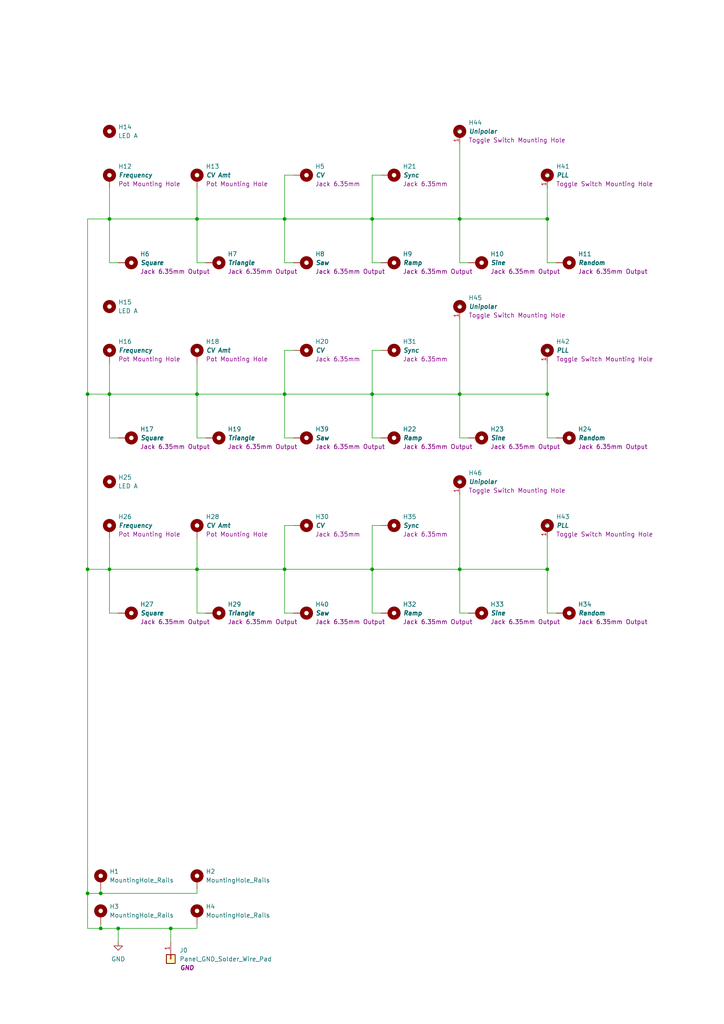
<source format=kicad_sch>
(kicad_sch (version 20250114) (generator "eeschema") (generator_version "9.0")
  (paper "A4" portrait)
  (title_block (title "Kosmo Format Front Panel - 10 cm") (company "DMH Instruments"))
  (lib_symbols
    (symbol "Mechanical:MountingHole" (pin_names (offset 1.016)) (exclude_from_sim yes) (in_bom no)
      (property "Reference" "H" (at 0 5.08 0))
      (property "Value" "MountingHole" (at 0 3.175 0))
      (symbol "MountingHole_0_1"
        (circle (center 0 0) (radius 1.27) (stroke (width 1.27)))
      )
    )
    (symbol "SynthStuff:MountingHole_Jack6.35mm_Output_v2" (pin_numbers (hide yes)) (pin_names (offset 1.016) (hide yes)) (exclude_from_sim yes) (in_bom no)
      (property "Reference" "H" (at 0 5.08 0))
      (property "Value" "SIGNAL NAME" (at 0 3.175 0))
      (property "Description" "Jack 6.35mm Output" (at 0.254 -3.302 0))
      (symbol "MountingHole_Jack6.35mm_Output_v2_0_1"
        (circle (center 0 0) (radius 1.27) (stroke (width 1.27)))
      )
      (symbol "MountingHole_Jack6.35mm_Output_v2_1_1"
        (pin input line (at -3.81 0 0) (length 2.54) (name "1") (number "1"))
      )
    )
    (symbol "SynthStuff:MountingHole_Jack6.35mm_v2" (pin_numbers (hide yes)) (pin_names (offset 1.016) (hide yes)) (exclude_from_sim yes) (in_bom no)
      (property "Reference" "H" (at 0 5.08 0))
      (property "Value" "SIGNAL NAME" (at 0 3.175 0))
      (property "Description" "Jack 6.35mm" (at 0 -3.048 0))
      (symbol "MountingHole_Jack6.35mm_v2_0_1"
        (circle (center 0 0) (radius 1.27) (stroke (width 1.27)))
      )
      (symbol "MountingHole_Jack6.35mm_v2_1_1"
        (pin input line (at -3.81 0 0) (length 2.54) (name "1") (number "1"))
      )
    )
    (symbol "SynthStuff:MountingHole_Pot" (pin_numbers (hide yes)) (pin_names (offset 1.016) (hide yes)) (exclude_from_sim yes)
      (property "Reference" "H" (at 0 6.35 0))
      (property "Value" "Function" (at 0 4.445 0))
      (property "Description" "Pot Mounting Hole" (at 0 0 0))
      (symbol "MountingHole_Pot_0_1"
        (circle (center 0 1.27) (radius 1.27) (stroke (width 1.27)))
      )
      (symbol "MountingHole_Pot_1_1"
        (pin input line (at 0 -2.54 90) (length 2.54) (name "1") (number "1"))
      )
    )
    (symbol "SynthStuff:MountingHole_Rails" (pin_numbers (hide yes)) (pin_names (offset 1.016) (hide yes)) (exclude_from_sim yes) (in_bom no)
      (property "Reference" "H" (at 0 6.35 0))
      (property "Value" "MountingHole_Rails" (at 0 4.445 0))
      (symbol "MountingHole_Rails_0_1"
        (circle (center 0 1.27) (radius 1.27) (stroke (width 1.27)))
      )
      (symbol "MountingHole_Rails_1_1"
        (pin input line (at 0 -2.54 90) (length 2.54) (name "1") (number "1"))
      )
    )
    (symbol "SynthStuff:MountingHole_ToggleSwitch" (pin_names (offset 1.016)) (exclude_from_sim yes) (in_bom no)
      (property "Reference" "H" (at 0 5.08 0))
      (property "Value" "Function" (at 0 3.175 0))
      (property "Description" "Toggle Switch Mounting Hole" (at 0 0 0))
      (symbol "MountingHole_ToggleSwitch_0_1"
        (circle (center 0 0) (radius 1.27) (stroke (width 1.27)))
      )
      (symbol "MountingHole_ToggleSwitch_1_1"
        (pin input line (at 0 -3.81 90) (length 2.54) (name "1") (number "1"))
      )
    )
    (symbol "SynthStuff:Panel_GND_Solder_Wire_Pad" (pin_names (offset 1.016) (hide yes)) (in_bom no)
      (property "Reference" "J" (at 0 2.54 0))
      (property "Value" "Panel_GND_Solder_Wire_Pad" (at 0 -5.08 0))
      (property "Function" "Panel GND" (at 0 -2.794 0))
      (symbol "Panel_GND_Solder_Wire_Pad_1_1"
        (rectangle (start -1.27 1.27) (end 1.27 -1.27) (stroke (width 0.254)) (fill (type background)))
        (rectangle (start -1.27 0.127) (end 0 -0.127) (stroke (width 0.1524)))
        (pin power_out line (at -5.08 0 0) (length 3.81) (name "Pin_1") (number "1"))
      )
    )
    (symbol "power:GND" (power) (pin_numbers (hide yes)) (pin_names (offset 0) (hide yes))
      (property "Value" "GND" (at 0 -3.81 0))
      (symbol "GND_0_1"
        (polyline (pts (xy 0 0) (xy 0 -1.27) (xy 1.27 -1.27) (xy 0 -2.54) (xy -1.27 -1.27) (xy 0 -1.27)))
      )
      (symbol "GND_1_1"
        (pin power_in line (at 0 0 270) (length 0) (name "~") (number "1"))
      )
    )
  )
  (junction (at 31.75 165.1))
  (junction (at 57.15 114.3))
  (junction (at 158.75 63.5))
  (junction (at 57.15 63.5))
  (junction (at 25.4 114.3))
  (junction (at 107.95 63.5))
  (junction (at 107.95 165.1))
  (junction (at 82.55 165.1))
  (junction (at 82.55 63.5))
  (junction (at 158.75 165.1))
  (junction (at 158.75 114.3))
  (junction (at 29.21 269.24))
  (junction (at 34.29 269.24))
  (junction (at 82.55 114.3))
  (junction (at 133.35 63.5))
  (junction (at 31.75 63.5))
  (junction (at 25.4 259.08))
  (junction (at 49.53 269.24))
  (junction (at 29.21 259.08))
  (junction (at 133.35 165.1))
  (junction (at 31.75 114.3))
  (junction (at 133.35 114.3))
  (junction (at 107.95 114.3))
  (junction (at 57.15 165.1))
  (junction (at 25.4 165.1))
  (wire (pts (xy 158.75 165.1) (xy 133.35 165.1)))
  (wire (pts (xy 135.89 127) (xy 133.35 127)))
  (wire (pts (xy 31.75 105.41) (xy 31.75 114.3)))
  (wire (pts (xy 158.75 114.3) (xy 133.35 114.3)))
  (wire (pts (xy 107.95 50.8) (xy 107.95 63.5)))
  (wire (pts (xy 107.95 114.3) (xy 133.35 114.3)))
  (wire (pts (xy 57.15 267.97) (xy 57.15 269.24)))
  (wire (pts (xy 82.55 101.6) (xy 85.09 101.6)))
  (wire (pts (xy 57.15 63.5) (xy 57.15 76.2)))
  (wire (pts (xy 135.89 177.8) (xy 133.35 177.8)))
  (wire (pts (xy 107.95 63.5) (xy 107.95 76.2)))
  (wire (pts (xy 107.95 152.4) (xy 107.95 165.1)))
  (wire (pts (xy 57.15 165.1) (xy 57.15 177.8)))
  (wire (pts (xy 133.35 143.51) (xy 133.35 165.1)))
  (wire (pts (xy 82.55 152.4) (xy 82.55 165.1)))
  (wire (pts (xy 29.21 259.08) (xy 57.15 259.08)))
  (wire (pts (xy 29.21 269.24) (xy 29.21 267.97)))
  (wire (pts (xy 85.09 76.2) (xy 82.55 76.2)))
  (wire (pts (xy 57.15 63.5) (xy 82.55 63.5)))
  (wire (pts (xy 25.4 269.24) (xy 29.21 269.24)))
  (wire (pts (xy 57.15 156.21) (xy 57.15 165.1)))
  (wire (pts (xy 107.95 114.3) (xy 107.95 127)))
  (wire (pts (xy 59.69 127) (xy 57.15 127)))
  (wire (pts (xy 161.29 177.8) (xy 158.75 177.8)))
  (wire (pts (xy 82.55 114.3) (xy 82.55 127)))
  (wire (pts (xy 158.75 177.8) (xy 158.75 165.1)))
  (wire (pts (xy 31.75 177.8) (xy 34.29 177.8)))
  (wire (pts (xy 49.53 269.24) (xy 49.53 273.05)))
  (wire (pts (xy 107.95 101.6) (xy 107.95 114.3)))
  (wire (pts (xy 110.49 101.6) (xy 107.95 101.6)))
  (wire (pts (xy 31.75 165.1) (xy 57.15 165.1)))
  (wire (pts (xy 161.29 127) (xy 158.75 127)))
  (wire (pts (xy 25.4 165.1) (xy 31.75 165.1)))
  (wire (pts (xy 57.15 54.61) (xy 57.15 63.5)))
  (wire (pts (xy 107.95 165.1) (xy 133.35 165.1)))
  (wire (pts (xy 158.75 54.61) (xy 158.75 63.5)))
  (wire (pts (xy 31.75 63.5) (xy 57.15 63.5)))
  (wire (pts (xy 133.35 92.71) (xy 133.35 114.3)))
  (wire (pts (xy 31.75 114.3) (xy 57.15 114.3)))
  (wire (pts (xy 133.35 41.91) (xy 133.35 63.5)))
  (wire (pts (xy 161.29 76.2) (xy 158.75 76.2)))
  (wire (pts (xy 107.95 76.2) (xy 110.49 76.2)))
  (wire (pts (xy 25.4 259.08) (xy 29.21 259.08)))
  (wire (pts (xy 82.55 101.6) (xy 82.55 114.3)))
  (wire (pts (xy 82.55 165.1) (xy 107.95 165.1)))
  (wire (pts (xy 158.75 127) (xy 158.75 114.3)))
  (wire (pts (xy 34.29 269.24) (xy 34.29 273.05)))
  (wire (pts (xy 25.4 259.08) (xy 25.4 269.24)))
  (wire (pts (xy 107.95 177.8) (xy 110.49 177.8)))
  (wire (pts (xy 57.15 257.81) (xy 57.15 259.08)))
  (wire (pts (xy 158.75 105.41) (xy 158.75 114.3)))
  (wire (pts (xy 82.55 50.8) (xy 82.55 63.5)))
  (wire (pts (xy 31.75 165.1) (xy 31.75 177.8)))
  (wire (pts (xy 25.4 114.3) (xy 25.4 63.5)))
  (wire (pts (xy 31.75 156.21) (xy 31.75 165.1)))
  (wire (pts (xy 107.95 63.5) (xy 133.35 63.5)))
  (wire (pts (xy 85.09 127) (xy 82.55 127)))
  (wire (pts (xy 158.75 156.21) (xy 158.75 165.1)))
  (wire (pts (xy 135.89 76.2) (xy 133.35 76.2)))
  (wire (pts (xy 31.75 127) (xy 34.29 127)))
  (wire (pts (xy 31.75 54.61) (xy 31.75 63.5)))
  (wire (pts (xy 29.21 259.08) (xy 29.21 257.81)))
  (wire (pts (xy 158.75 76.2) (xy 158.75 63.5)))
  (wire (pts (xy 133.35 76.2) (xy 133.35 63.5)))
  (wire (pts (xy 25.4 63.5) (xy 31.75 63.5)))
  (wire (pts (xy 82.55 177.8) (xy 82.55 165.1)))
  (wire (pts (xy 59.69 76.2) (xy 57.15 76.2)))
  (wire (pts (xy 107.95 165.1) (xy 107.95 177.8)))
  (wire (pts (xy 82.55 76.2) (xy 82.55 63.5)))
  (wire (pts (xy 57.15 114.3) (xy 57.15 127)))
  (wire (pts (xy 110.49 50.8) (xy 107.95 50.8)))
  (wire (pts (xy 25.4 165.1) (xy 25.4 114.3)))
  (wire (pts (xy 110.49 152.4) (xy 107.95 152.4)))
  (wire (pts (xy 133.35 127) (xy 133.35 114.3)))
  (wire (pts (xy 82.55 114.3) (xy 107.95 114.3)))
  (wire (pts (xy 49.53 269.24) (xy 57.15 269.24)))
  (wire (pts (xy 82.55 50.8) (xy 85.09 50.8)))
  (wire (pts (xy 25.4 259.08) (xy 25.4 165.1)))
  (wire (pts (xy 57.15 177.8) (xy 59.69 177.8)))
  (wire (pts (xy 85.09 177.8) (xy 82.55 177.8)))
  (wire (pts (xy 29.21 269.24) (xy 34.29 269.24)))
  (wire (pts (xy 57.15 114.3) (xy 82.55 114.3)))
  (wire (pts (xy 82.55 152.4) (xy 85.09 152.4)))
  (wire (pts (xy 31.75 114.3) (xy 31.75 127)))
  (wire (pts (xy 31.75 76.2) (xy 34.29 76.2)))
  (wire (pts (xy 25.4 114.3) (xy 31.75 114.3)))
  (wire (pts (xy 57.15 165.1) (xy 82.55 165.1)))
  (wire (pts (xy 82.55 63.5) (xy 107.95 63.5)))
  (wire (pts (xy 107.95 127) (xy 110.49 127)))
  (wire (pts (xy 57.15 105.41) (xy 57.15 114.3)))
  (wire (pts (xy 31.75 63.5) (xy 31.75 76.2)))
  (wire (pts (xy 133.35 177.8) (xy 133.35 165.1)))
  (wire (pts (xy 158.75 63.5) (xy 133.35 63.5)))
  (wire (pts (xy 34.29 269.24) (xy 49.53 269.24)))
  (symbol (lib_id "SynthStuff:MountingHole_Jack6.35mm_Output_v2") (at 88.9 177.8 0) (unit 1) (exclude_from_sim yes) (in_bom no)
    (property "Reference" "H40" (at 91.44 175.2599 0) (effects (justify left)))
    (property "Value" "Saw" (at 91.44 177.8 0) (effects (font (thickness 0.254) (bold yes) (italic yes)) (justify left)))
    (property "Footprint" "SynthStuff:Jack_6.35mm_Cutout_Output_v6" (effects (hide yes)))
    (property "Description" "Jack 6.35mm Output" (at 91.44 180.3399 0) (effects (justify left)))
  )
  (symbol (lib_id "SynthStuff:MountingHole_Pot") (at 31.75 52.07 0) (unit 1) (exclude_from_sim yes)
    (property "Reference" "H12" (at 34.29 48.2599 0) (effects (justify left)))
    (property "Value" "Frequency" (at 34.29 50.8 0) (effects (font (thickness 0.254) (bold yes) (italic yes)) (justify left)))
    (property "Footprint" "SynthStuff:Pot_Cutout_Medium_v2" (effects (hide yes)))
    (property "Description" "Pot Mounting Hole" (at 34.29 53.3399 0) (effects (justify left)))
  )
  (symbol (lib_id "SynthStuff:MountingHole_Rails") (at 57.15 255.27 0) (unit 1) (in_bom no)
    (property "Reference" "H2" (at 59.69 252.7299 0) (effects (justify left)))
    (property "Value" "MountingHole_Rails" (at 59.69 255.2699 0) (effects (justify left)))
    (property "Footprint" "SynthStuff:MountingHole_Rails" (effects (hide yes)))
    (property "Description" "Mounting Hole with connection" (effects (hide yes)))
  )
  (symbol (lib_id "SynthStuff:MountingHole_Pot") (at 31.75 102.87 0) (unit 1) (exclude_from_sim yes)
    (property "Reference" "H16" (at 34.29 99.0599 0) (effects (justify left)))
    (property "Value" "Frequency" (at 34.29 101.6 0) (effects (font (thickness 0.254) (bold yes) (italic yes)) (justify left)))
    (property "Footprint" "SynthStuff:Pot_Cutout_Medium_v2" (effects (hide yes)))
    (property "Description" "Pot Mounting Hole" (at 34.29 104.1399 0) (effects (justify left)))
  )
  (symbol (lib_id "SynthStuff:MountingHole_Pot") (at 57.15 102.87 0) (unit 1) (exclude_from_sim yes)
    (property "Reference" "H18" (at 59.69 99.0599 0) (effects (justify left)))
    (property "Value" "CV Amt" (at 59.69 101.6 0) (effects (font (thickness 0.254) (bold yes) (italic yes)) (justify left)))
    (property "Footprint" "SynthStuff:Pot_Cutout_Tiny_attv_P110KH1" (effects (hide yes)))
    (property "Description" "Pot Mounting Hole" (at 59.69 104.1399 0) (effects (justify left)))
  )
  (symbol (lib_id "SynthStuff:MountingHole_Jack6.35mm_Output_v2") (at 165.1 177.8 0) (unit 1) (exclude_from_sim yes) (in_bom no)
    (property "Reference" "H34" (at 167.64 175.2599 0) (effects (justify left)))
    (property "Value" "Random" (at 167.64 177.8 0) (effects (font (thickness 0.254) (bold yes) (italic yes)) (justify left)))
    (property "Footprint" "SynthStuff:Jack_6.35mm_Cutout_Output_v6" (effects (hide yes)))
    (property "Description" "Jack 6.35mm Output" (at 167.64 180.3399 0) (effects (justify left)))
  )
  (symbol (lib_id "SynthStuff:MountingHole_Pot") (at 57.15 153.67 0) (unit 1) (exclude_from_sim yes)
    (property "Reference" "H28" (at 59.69 149.8599 0) (effects (justify left)))
    (property "Value" "CV Amt" (at 59.69 152.4 0) (effects (font (thickness 0.254) (bold yes) (italic yes)) (justify left)))
    (property "Footprint" "SynthStuff:Pot_Cutout_Tiny_attv_P110KH1" (effects (hide yes)))
    (property "Description" "Pot Mounting Hole" (at 59.69 154.9399 0) (effects (justify left)))
  )
  (symbol (lib_id "SynthStuff:MountingHole_Jack6.35mm_Output_v2") (at 63.5 127 0) (unit 1) (exclude_from_sim yes) (in_bom no)
    (property "Reference" "H19" (at 66.04 124.4599 0) (effects (justify left)))
    (property "Value" "Triangle" (at 66.04 127 0) (effects (font (thickness 0.254) (bold yes) (italic yes)) (justify left)))
    (property "Footprint" "SynthStuff:Jack_6.35mm_Cutout_Output_v6" (effects (hide yes)))
    (property "Description" "Jack 6.35mm Output" (at 66.04 129.5399 0) (effects (justify left)))
  )
  (symbol (lib_id "SynthStuff:MountingHole_Jack6.35mm_Output_v2") (at 114.3 76.2 0) (unit 1) (exclude_from_sim yes) (in_bom no)
    (property "Reference" "H9" (at 116.84 73.6599 0) (effects (justify left)))
    (property "Value" "Ramp" (at 116.84 76.2 0) (effects (font (thickness 0.254) (bold yes) (italic yes)) (justify left)))
    (property "Footprint" "SynthStuff:Jack_6.35mm_Cutout_Output_v6" (effects (hide yes)))
    (property "Description" "Jack 6.35mm Output" (at 116.84 78.7399 0) (effects (justify left)))
  )
  (symbol (lib_id "SynthStuff:MountingHole_Jack6.35mm_Output_v2") (at 139.7 127 0) (unit 1) (exclude_from_sim yes) (in_bom no)
    (property "Reference" "H23" (at 142.24 124.4599 0) (effects (justify left)))
    (property "Value" "Sine" (at 142.24 127 0) (effects (font (thickness 0.254) (bold yes) (italic yes)) (justify left)))
    (property "Footprint" "SynthStuff:Jack_6.35mm_Cutout_Output_v6" (effects (hide yes)))
    (property "Description" "Jack 6.35mm Output" (at 142.24 129.5399 0) (effects (justify left)))
  )
  (symbol (lib_id "SynthStuff:MountingHole_Jack6.35mm_v2") (at 88.9 152.4 0) (unit 1) (exclude_from_sim yes) (in_bom no)
    (property "Reference" "H30" (at 91.44 149.8599 0) (effects (justify left)))
    (property "Value" "CV" (at 91.44 152.4 0) (effects (font (thickness 0.254) (bold yes) (italic yes)) (justify left)))
    (property "Footprint" "SynthStuff:Jack_6.35mm_Cutout_v3" (effects (hide yes)))
    (property "Description" "Jack 6.35mm" (at 91.44 154.9399 0) (effects (justify left)))
  )
  (symbol (lib_id "SynthStuff:MountingHole_ToggleSwitch") (at 158.75 50.8 0) (unit 1) (exclude_from_sim yes) (in_bom no)
    (property "Reference" "H41" (at 161.29 48.2599 0) (effects (justify left)))
    (property "Value" "PLL" (at 161.29 50.8 0) (effects (font (thickness 0.254) (bold yes) (italic yes)) (justify left)))
    (property "Footprint" "SynthStuff:Toggle_Switch_TE_Cutout" (effects (hide yes)))
    (property "Description" "Toggle Switch Mounting Hole" (at 161.29 53.3399 0) (effects (justify left)))
  )
  (symbol (lib_id "SynthStuff:MountingHole_Jack6.35mm_Output_v2") (at 63.5 177.8 0) (unit 1) (exclude_from_sim yes) (in_bom no)
    (property "Reference" "H29" (at 66.04 175.2599 0) (effects (justify left)))
    (property "Value" "Triangle" (at 66.04 177.8 0) (effects (font (thickness 0.254) (bold yes) (italic yes)) (justify left)))
    (property "Footprint" "SynthStuff:Jack_6.35mm_Cutout_Output_v6" (effects (hide yes)))
    (property "Description" "Jack 6.35mm Output" (at 66.04 180.3399 0) (effects (justify left)))
  )
  (symbol (lib_id "SynthStuff:MountingHole_Jack6.35mm_Output_v2") (at 139.7 177.8 0) (unit 1) (exclude_from_sim yes) (in_bom no)
    (property "Reference" "H33" (at 142.24 175.2599 0) (effects (justify left)))
    (property "Value" "Sine" (at 142.24 177.8 0) (effects (font (thickness 0.254) (bold yes) (italic yes)) (justify left)))
    (property "Footprint" "SynthStuff:Jack_6.35mm_Cutout_Output_v6" (effects (hide yes)))
    (property "Description" "Jack 6.35mm Output" (at 142.24 180.3399 0) (effects (justify left)))
  )
  (symbol (lib_id "SynthStuff:MountingHole_Jack6.35mm_Output_v2") (at 38.1 127 0) (unit 1) (exclude_from_sim yes) (in_bom no)
    (property "Reference" "H17" (at 40.64 124.4599 0) (effects (justify left)))
    (property "Value" "Square" (at 40.64 127 0) (effects (font (thickness 0.254) (bold yes) (italic yes)) (justify left)))
    (property "Footprint" "SynthStuff:Jack_6.35mm_Cutout_Output_v6" (effects (hide yes)))
    (property "Description" "Jack 6.35mm Output" (at 40.64 129.5399 0) (effects (justify left)))
  )
  (symbol (lib_id "SynthStuff:MountingHole_ToggleSwitch") (at 133.35 88.9 0) (unit 1) (exclude_from_sim yes) (in_bom no)
    (property "Reference" "H45" (at 135.89 86.3599 0) (effects (justify left)))
    (property "Value" "Unipolar" (at 135.89 88.9 0) (effects (font (thickness 0.254) (bold yes) (italic yes)) (justify left)))
    (property "Footprint" "SynthStuff:Toggle_Switch_TE_Cutout" (effects (hide yes)))
    (property "Description" "Toggle Switch Mounting Hole" (at 135.89 91.4399 0) (effects (justify left)))
  )
  (symbol (lib_id "SynthStuff:MountingHole_Jack6.35mm_Output_v2") (at 139.7 76.2 0) (unit 1) (exclude_from_sim yes) (in_bom no)
    (property "Reference" "H10" (at 142.24 73.6599 0) (effects (justify left)))
    (property "Value" "Sine" (at 142.24 76.2 0) (effects (font (thickness 0.254) (bold yes) (italic yes)) (justify left)))
    (property "Footprint" "SynthStuff:Jack_6.35mm_Cutout_Output_v6" (effects (hide yes)))
    (property "Description" "Jack 6.35mm Output" (at 142.24 78.7399 0) (effects (justify left)))
  )
  (symbol (lib_id "power:GND") (at 34.29 273.05 0) (unit 1)
    (property "Reference" "#PWR01" (effects (hide yes)))
    (property "Value" "GND" (at 34.29 278.13 0))
    (property "Description" "Power symbol creates a global label with name \"GND\" , ground" (effects (hide yes)))
  )
  (symbol (lib_id "SynthStuff:MountingHole_Jack6.35mm_Output_v2") (at 88.9 76.2 0) (unit 1) (exclude_from_sim yes) (in_bom no)
    (property "Reference" "H8" (at 91.44 73.6599 0) (effects (justify left)))
    (property "Value" "Saw" (at 91.44 76.2 0) (effects (font (thickness 0.254) (bold yes) (italic yes)) (justify left)))
    (property "Footprint" "SynthStuff:Jack_6.35mm_Cutout_Output_v6" (effects (hide yes)))
    (property "Description" "Jack 6.35mm Output" (at 91.44 78.7399 0) (effects (justify left)))
  )
  (symbol (lib_id "Mechanical:MountingHole") (at 31.75 139.7 0) (unit 1) (exclude_from_sim yes) (in_bom no)
    (property "Reference" "H25" (at 34.29 138.4299 0) (effects (justify left)))
    (property "Value" "LED A" (at 34.29 140.9699 0) (effects (justify left)))
    (property "Footprint" "SynthStuff:MountingHole_LED_3mm" (effects (hide yes)))
    (property "Description" "Mounting Hole without connection" (effects (hide yes)))
  )
  (symbol (lib_id "SynthStuff:MountingHole_Jack6.35mm_Output_v2") (at 38.1 177.8 0) (unit 1) (exclude_from_sim yes) (in_bom no)
    (property "Reference" "H27" (at 40.64 175.2599 0) (effects (justify left)))
    (property "Value" "Square" (at 40.64 177.8 0) (effects (font (thickness 0.254) (bold yes) (italic yes)) (justify left)))
    (property "Footprint" "SynthStuff:Jack_6.35mm_Cutout_Output_v6" (effects (hide yes)))
    (property "Description" "Jack 6.35mm Output" (at 40.64 180.3399 0) (effects (justify left)))
  )
  (symbol (lib_id "Mechanical:MountingHole") (at 31.75 38.1 0) (unit 1) (exclude_from_sim yes) (in_bom no)
    (property "Reference" "H14" (at 34.29 36.8299 0) (effects (justify left)))
    (property "Value" "LED A" (at 34.29 39.3699 0) (effects (justify left)))
    (property "Footprint" "SynthStuff:MountingHole_LED_3mm" (effects (hide yes)))
    (property "Description" "Mounting Hole without connection" (effects (hide yes)))
  )
  (symbol (lib_id "SynthStuff:MountingHole_ToggleSwitch") (at 133.35 139.7 0) (unit 1) (exclude_from_sim yes) (in_bom no)
    (property "Reference" "H46" (at 135.89 137.1599 0) (effects (justify left)))
    (property "Value" "Unipolar" (at 135.89 139.7 0) (effects (font (thickness 0.254) (bold yes) (italic yes)) (justify left)))
    (property "Footprint" "SynthStuff:Toggle_Switch_TE_Cutout" (effects (hide yes)))
    (property "Description" "Toggle Switch Mounting Hole" (at 135.89 142.2399 0) (effects (justify left)))
  )
  (symbol (lib_id "SynthStuff:MountingHole_Jack6.35mm_Output_v2") (at 114.3 127 0) (unit 1) (exclude_from_sim yes) (in_bom no)
    (property "Reference" "H22" (at 116.84 124.4599 0) (effects (justify left)))
    (property "Value" "Ramp" (at 116.84 127 0) (effects (font (thickness 0.254) (bold yes) (italic yes)) (justify left)))
    (property "Footprint" "SynthStuff:Jack_6.35mm_Cutout_Output_v6" (effects (hide yes)))
    (property "Description" "Jack 6.35mm Output" (at 116.84 129.5399 0) (effects (justify left)))
  )
  (symbol (lib_id "SynthStuff:MountingHole_Jack6.35mm_Output_v2") (at 38.1 76.2 0) (unit 1) (exclude_from_sim yes) (in_bom no)
    (property "Reference" "H6" (at 40.64 73.6599 0) (effects (justify left)))
    (property "Value" "Square" (at 40.64 76.2 0) (effects (font (thickness 0.254) (bold yes) (italic yes)) (justify left)))
    (property "Footprint" "SynthStuff:Jack_6.35mm_Cutout_Output_v6" (effects (hide yes)))
    (property "Description" "Jack 6.35mm Output" (at 40.64 78.7399 0) (effects (justify left)))
  )
  (symbol (lib_id "SynthStuff:MountingHole_Jack6.35mm_v2") (at 114.3 50.8 0) (unit 1) (exclude_from_sim yes) (in_bom no)
    (property "Reference" "H21" (at 116.84 48.2599 0) (effects (justify left)))
    (property "Value" "Sync" (at 116.84 50.8 0) (effects (font (thickness 0.254) (bold yes) (italic yes)) (justify left)))
    (property "Footprint" "SynthStuff:Jack_6.35mm_Cutout_v3" (effects (hide yes)))
    (property "Description" "Jack 6.35mm" (at 116.84 53.3399 0) (effects (justify left)))
  )
  (symbol (lib_id "SynthStuff:MountingHole_Jack6.35mm_Output_v2") (at 114.3 177.8 0) (unit 1) (exclude_from_sim yes) (in_bom no)
    (property "Reference" "H32" (at 116.84 175.2599 0) (effects (justify left)))
    (property "Value" "Ramp" (at 116.84 177.8 0) (effects (font (thickness 0.254) (bold yes) (italic yes)) (justify left)))
    (property "Footprint" "SynthStuff:Jack_6.35mm_Cutout_Output_v6" (effects (hide yes)))
    (property "Description" "Jack 6.35mm Output" (at 116.84 180.3399 0) (effects (justify left)))
  )
  (symbol (lib_id "SynthStuff:MountingHole_Rails") (at 29.21 265.43 0) (unit 1) (in_bom no)
    (property "Reference" "H3" (at 31.75 262.8899 0) (effects (justify left)))
    (property "Value" "MountingHole_Rails" (at 31.75 265.4299 0) (effects (justify left)))
    (property "Footprint" "SynthStuff:MountingHole_Rails" (effects (hide yes)))
    (property "Description" "Mounting Hole with connection" (effects (hide yes)))
  )
  (symbol (lib_id "Mechanical:MountingHole") (at 31.75 88.9 0) (unit 1) (exclude_from_sim yes) (in_bom no)
    (property "Reference" "H15" (at 34.29 87.6299 0) (effects (justify left)))
    (property "Value" "LED A" (at 34.29 90.1699 0) (effects (justify left)))
    (property "Footprint" "SynthStuff:MountingHole_LED_3mm" (effects (hide yes)))
    (property "Description" "Mounting Hole without connection" (effects (hide yes)))
  )
  (symbol (lib_id "SynthStuff:MountingHole_Jack6.35mm_Output_v2") (at 88.9 127 0) (unit 1) (exclude_from_sim yes) (in_bom no)
    (property "Reference" "H39" (at 91.44 124.4599 0) (effects (justify left)))
    (property "Value" "Saw" (at 91.44 127 0) (effects (font (thickness 0.254) (bold yes) (italic yes)) (justify left)))
    (property "Footprint" "SynthStuff:Jack_6.35mm_Cutout_Output_v6" (effects (hide yes)))
    (property "Description" "Jack 6.35mm Output" (at 91.44 129.5399 0) (effects (justify left)))
  )
  (symbol (lib_id "SynthStuff:MountingHole_ToggleSwitch") (at 133.35 38.1 0) (unit 1) (exclude_from_sim yes) (in_bom no)
    (property "Reference" "H44" (at 135.89 35.5599 0) (effects (justify left)))
    (property "Value" "Unipolar" (at 135.89 38.1 0) (effects (font (thickness 0.254) (bold yes) (italic yes)) (justify left)))
    (property "Footprint" "SynthStuff:Toggle_Switch_TE_Cutout" (effects (hide yes)))
    (property "Description" "Toggle Switch Mounting Hole" (at 135.89 40.6399 0) (effects (justify left)))
  )
  (symbol (lib_id "SynthStuff:MountingHole_Jack6.35mm_v2") (at 114.3 152.4 0) (unit 1) (exclude_from_sim yes) (in_bom no)
    (property "Reference" "H35" (at 116.84 149.8599 0) (effects (justify left)))
    (property "Value" "Sync" (at 116.84 152.4 0) (effects (font (thickness 0.254) (bold yes) (italic yes)) (justify left)))
    (property "Footprint" "SynthStuff:Jack_6.35mm_Cutout_v3" (effects (hide yes)))
    (property "Description" "Jack 6.35mm" (at 116.84 154.9399 0) (effects (justify left)))
  )
  (symbol (lib_id "SynthStuff:MountingHole_Jack6.35mm_v2") (at 114.3 101.6 0) (unit 1) (exclude_from_sim yes) (in_bom no)
    (property "Reference" "H31" (at 116.84 99.0599 0) (effects (justify left)))
    (property "Value" "Sync" (at 116.84 101.6 0) (effects (font (thickness 0.254) (bold yes) (italic yes)) (justify left)))
    (property "Footprint" "SynthStuff:Jack_6.35mm_Cutout_v3" (effects (hide yes)))
    (property "Description" "Jack 6.35mm" (at 116.84 104.1399 0) (effects (justify left)))
  )
  (symbol (lib_id "SynthStuff:MountingHole_Jack6.35mm_Output_v2") (at 165.1 127 0) (unit 1) (exclude_from_sim yes) (in_bom no)
    (property "Reference" "H24" (at 167.64 124.4599 0) (effects (justify left)))
    (property "Value" "Random" (at 167.64 127 0) (effects (font (thickness 0.254) (bold yes) (italic yes)) (justify left)))
    (property "Footprint" "SynthStuff:Jack_6.35mm_Cutout_Output_v6" (effects (hide yes)))
    (property "Description" "Jack 6.35mm Output" (at 167.64 129.5399 0) (effects (justify left)))
  )
  (symbol (lib_id "SynthStuff:MountingHole_Pot") (at 57.15 52.07 0) (unit 1) (exclude_from_sim yes)
    (property "Reference" "H13" (at 59.69 48.2599 0) (effects (justify left)))
    (property "Value" "CV Amt" (at 59.69 50.8 0) (effects (font (thickness 0.254) (bold yes) (italic yes)) (justify left)))
    (property "Footprint" "SynthStuff:Pot_Cutout_Tiny_attv_P110KH1" (effects (hide yes)))
    (property "Description" "Pot Mounting Hole" (at 59.69 53.3399 0) (effects (justify left)))
  )
  (symbol (lib_id "SynthStuff:MountingHole_Pot") (at 31.75 153.67 0) (unit 1) (exclude_from_sim yes)
    (property "Reference" "H26" (at 34.29 149.8599 0) (effects (justify left)))
    (property "Value" "Frequency" (at 34.29 152.4 0) (effects (font (thickness 0.254) (bold yes) (italic yes)) (justify left)))
    (property "Footprint" "SynthStuff:Pot_Cutout_Medium_v2" (effects (hide yes)))
    (property "Description" "Pot Mounting Hole" (at 34.29 154.9399 0) (effects (justify left)))
  )
  (symbol (lib_id "SynthStuff:MountingHole_Rails") (at 57.15 265.43 0) (unit 1) (in_bom no)
    (property "Reference" "H4" (at 59.69 262.8899 0) (effects (justify left)))
    (property "Value" "MountingHole_Rails" (at 59.69 265.4299 0) (effects (justify left)))
    (property "Footprint" "SynthStuff:MountingHole_Rails" (effects (hide yes)))
    (property "Description" "Mounting Hole with connection" (effects (hide yes)))
  )
  (symbol (lib_id "SynthStuff:Panel_GND_Solder_Wire_Pad") (at 49.53 278.13 270) (unit 1) (in_bom no)
    (property "Reference" "J0" (at 52.07 275.5899 90) (effects (justify left)))
    (property "Value" "Panel_GND_Solder_Wire_Pad" (at 52.07 278.1299 90) (effects (justify left)))
    (property "Footprint" "SynthStuff:Panel_GND_SolderWirePad_5x10mm" (effects (hide yes)))
    (property "Description" "Solder pad to allow connection between PCB and Front Panel" (effects (hide yes)))
    (property "Function" "GND" (at 52.07 280.67 90) (effects (font (thickness 0.254) (bold yes) (italic yes)) (justify left)))
  )
  (symbol (lib_id "SynthStuff:MountingHole_Jack6.35mm_Output_v2") (at 165.1 76.2 0) (unit 1) (exclude_from_sim yes) (in_bom no)
    (property "Reference" "H11" (at 167.64 73.6599 0) (effects (justify left)))
    (property "Value" "Random" (at 167.64 76.2 0) (effects (font (thickness 0.254) (bold yes) (italic yes)) (justify left)))
    (property "Footprint" "SynthStuff:Jack_6.35mm_Cutout_Output_v6" (effects (hide yes)))
    (property "Description" "Jack 6.35mm Output" (at 167.64 78.7399 0) (effects (justify left)))
  )
  (symbol (lib_id "SynthStuff:MountingHole_ToggleSwitch") (at 158.75 101.6 0) (unit 1) (exclude_from_sim yes) (in_bom no)
    (property "Reference" "H42" (at 161.29 99.0599 0) (effects (justify left)))
    (property "Value" "PLL" (at 161.29 101.6 0) (effects (font (thickness 0.254) (bold yes) (italic yes)) (justify left)))
    (property "Footprint" "SynthStuff:Toggle_Switch_TE_Cutout" (effects (hide yes)))
    (property "Description" "Toggle Switch Mounting Hole" (at 161.29 104.1399 0) (effects (justify left)))
  )
  (symbol (lib_id "SynthStuff:MountingHole_Jack6.35mm_v2") (at 88.9 101.6 0) (unit 1) (exclude_from_sim yes) (in_bom no)
    (property "Reference" "H20" (at 91.44 99.0599 0) (effects (justify left)))
    (property "Value" "CV" (at 91.44 101.6 0) (effects (font (thickness 0.254) (bold yes) (italic yes)) (justify left)))
    (property "Footprint" "SynthStuff:Jack_6.35mm_Cutout_v3" (effects (hide yes)))
    (property "Description" "Jack 6.35mm" (at 91.44 104.1399 0) (effects (justify left)))
  )
  (symbol (lib_id "SynthStuff:MountingHole_Jack6.35mm_v2") (at 88.9 50.8 0) (unit 1) (exclude_from_sim yes) (in_bom no)
    (property "Reference" "H5" (at 91.44 48.2599 0) (effects (justify left)))
    (property "Value" "CV" (at 91.44 50.8 0) (effects (font (thickness 0.254) (bold yes) (italic yes)) (justify left)))
    (property "Footprint" "SynthStuff:Jack_6.35mm_Cutout_v3" (effects (hide yes)))
    (property "Description" "Jack 6.35mm" (at 91.44 53.3399 0) (effects (justify left)))
  )
  (symbol (lib_id "SynthStuff:MountingHole_Jack6.35mm_Output_v2") (at 63.5 76.2 0) (unit 1) (exclude_from_sim yes) (in_bom no)
    (property "Reference" "H7" (at 66.04 73.6599 0) (effects (justify left)))
    (property "Value" "Triangle" (at 66.04 76.2 0) (effects (font (thickness 0.254) (bold yes) (italic yes)) (justify left)))
    (property "Footprint" "SynthStuff:Jack_6.35mm_Cutout_Output_v6" (effects (hide yes)))
    (property "Description" "Jack 6.35mm Output" (at 66.04 78.7399 0) (effects (justify left)))
  )
  (symbol (lib_id "SynthStuff:MountingHole_ToggleSwitch") (at 158.75 152.4 0) (unit 1) (exclude_from_sim yes) (in_bom no)
    (property "Reference" "H43" (at 161.29 149.8599 0) (effects (justify left)))
    (property "Value" "PLL" (at 161.29 152.4 0) (effects (font (thickness 0.254) (bold yes) (italic yes)) (justify left)))
    (property "Footprint" "SynthStuff:Toggle_Switch_TE_Cutout" (effects (hide yes)))
    (property "Description" "Toggle Switch Mounting Hole" (at 161.29 154.9399 0) (effects (justify left)))
  )
  (symbol (lib_id "SynthStuff:MountingHole_Rails") (at 29.21 255.27 0) (unit 1) (in_bom no)
    (property "Reference" "H1" (at 31.75 252.7299 0) (effects (justify left)))
    (property "Value" "MountingHole_Rails" (at 31.75 255.2699 0) (effects (justify left)))
    (property "Footprint" "SynthStuff:MountingHole_Rails" (effects (hide yes)))
    (property "Description" "Mounting Hole with connection" (effects (hide yes)))
  )
)
</source>
